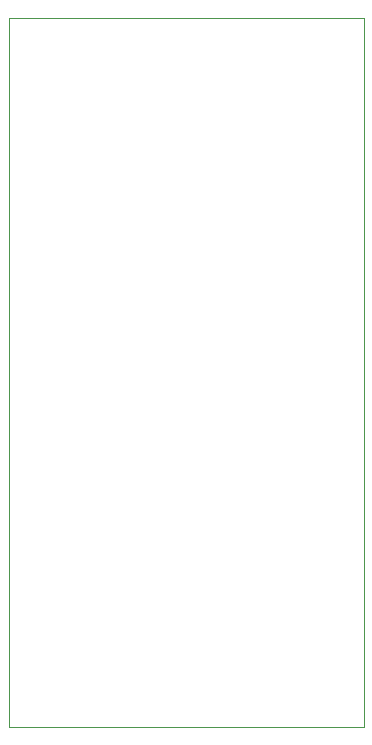
<source format=gbr>
%TF.GenerationSoftware,KiCad,Pcbnew,8.0.7*%
%TF.CreationDate,2025-01-05T21:05:33-07:00*%
%TF.ProjectId,Hat PCB,48617420-5043-4422-9e6b-696361645f70,rev?*%
%TF.SameCoordinates,Original*%
%TF.FileFunction,Profile,NP*%
%FSLAX46Y46*%
G04 Gerber Fmt 4.6, Leading zero omitted, Abs format (unit mm)*
G04 Created by KiCad (PCBNEW 8.0.7) date 2025-01-05 21:05:33*
%MOMM*%
%LPD*%
G01*
G04 APERTURE LIST*
%TA.AperFunction,Profile*%
%ADD10C,0.050000*%
%TD*%
G04 APERTURE END LIST*
D10*
X238500000Y-96000000D02*
X268500000Y-96000000D01*
X268500000Y-156000000D02*
X238500000Y-156000000D01*
X238500000Y-156000000D02*
X238500000Y-96000000D01*
X268500000Y-96000000D02*
X268500000Y-156000000D01*
M02*

</source>
